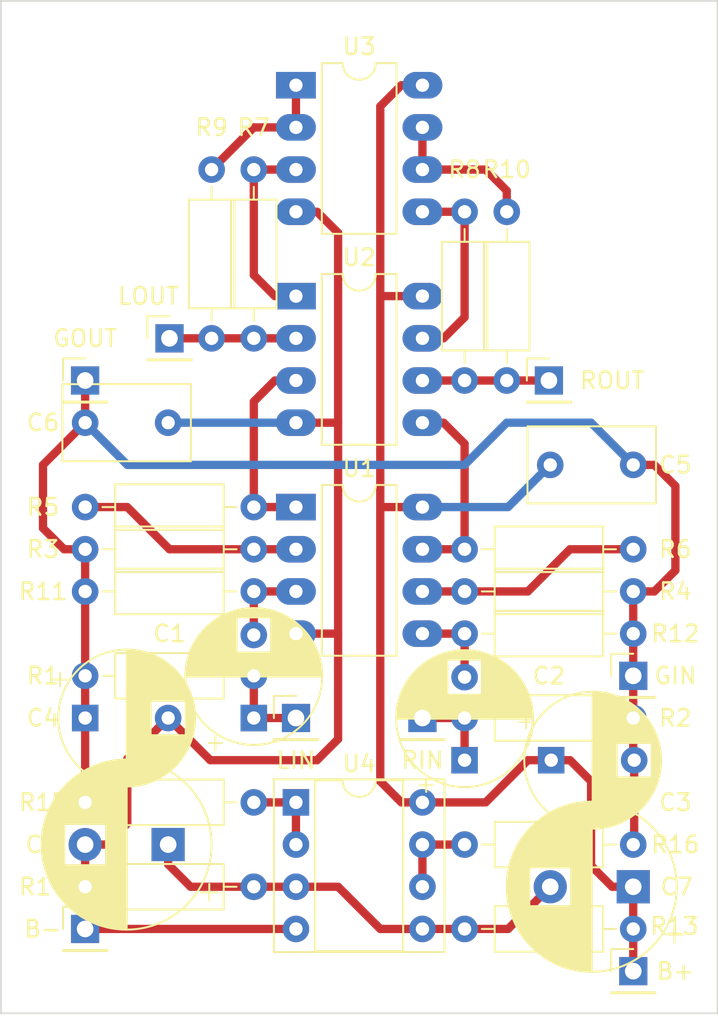
<source format=kicad_pcb>
(kicad_pcb (version 20221018) (generator pcbnew)
  (layers (0 "F.Cu" signal) (31 "B.Cu" signal) (34 "B.Paste" user) (35 "F.Paste" user) (36 "B.SilkS" user "B.Silkscreen") (37 "F.SilkS" user "F.Silkscreen") (38 "B.Mask" user) (39 "F.Mask" user) (44 "Edge.Cuts" user))
  (net 0 "")
  (net 1 "Net-(U1A-+)")
  (net 2 "Net-(U1B-+)")
  (net 3 "GND")
  (net 4 "Net-(U1A--)")
  (net 5 "Net-(U1B--)")
  (net 6 "Net-(U2A-+)")
  (net 7 "Net-(U2B-+)")
  (net 8 "Net-(U3A-+)")
  (net 9 "Net-(U3B-+)")
  (net 10 "Net-(U3A--)")
  (net 11 "Net-(U3B--)")
  (net 12 "Net-(U1C-V+)")
  (net 13 "Net-(U1C-V-)")
  (net 14 "Net-(U4A-+)")
  (net 15 "Net-(U4A--)")
  (net 16 "Net-(U4B--)")
  (net 17 "Net-(C1-Pad1)")
  (net 18 "Net-(C2-Pad1)")
  (net 19 "Net-(U2A--)")
  (net 20 "Net-(U2B--)")
  (footprint "Resistor_THT:R_Axial_DIN0207_L6.3mm_D2.5mm_P10.16mm_Horizontal" (layer "F.Cu") (at 109.22 99.06 180)
    (fp_text reference "R15" (at 12.7 0) (layer "F.SilkS"))
    (fp_text value "10R")
    (pad "1" thru_hole circle (at 0 0 180) (size 1.6 1.6) (drill 0.8) (layers "*.Cu" "*.Mask") (net 15 "Net-(U4A--)"))
    (pad "2" thru_hole oval (at 10.16 0 180) (size 1.6 1.6) (drill 0.8) (layers "*.Cu" "*.Mask") (net 3 "GND"))
  )
  (footprint "Resistor_THT:R_Axial_DIN0207_L6.3mm_D2.5mm_P10.16mm_Horizontal" (layer "F.Cu") (at 106.68 71.12 90)
    (fp_text reference "R9" (at 12.7 0 180) (layer "F.SilkS"))
    (fp_text value "47")
    (pad "1" thru_hole circle (at 0 0 90) (size 1.6 1.6) (drill 0.8) (layers "*.Cu" "*.Mask") (net 19 "Net-(U2A--)"))
    (pad "2" thru_hole oval (at 10.16 0 90) (size 1.6 1.6) (drill 0.8) (layers "*.Cu" "*.Mask") (net 10 "Net-(U3A--)"))
  )
  (footprint "Package_DIP:DIP-8_W7.62mm_LongPads" (layer "F.Cu") (at 111.76 55.88)
    (fp_text reference "U3" (at 3.81 -2.33) (layer "F.SilkS"))
    (fp_text value "Opamp_Dual")
    (pad "1" thru_hole rect (at 0 0) (size 2.4 1.6) (drill 0.8) (layers "*.Cu" "*.Mask") (net 10 "Net-(U3A--)"))
    (pad "2" thru_hole oval (at 0 2.54) (size 2.4 1.6) (drill 0.8) (layers "*.Cu" "*.Mask") (net 10 "Net-(U3A--)"))
    (pad "3" thru_hole oval (at 0 5.08) (size 2.4 1.6) (drill 0.8) (layers "*.Cu" "*.Mask") (net 8 "Net-(U3A-+)"))
    (pad "4" thru_hole oval (at 0 7.62) (size 2.4 1.6) (drill 0.8) (layers "*.Cu" "*.Mask") (net 13 "Net-(U1C-V-)"))
    (pad "5" thru_hole oval (at 7.62 7.62) (size 2.4 1.6) (drill 0.8) (layers "*.Cu" "*.Mask") (net 9 "Net-(U3B-+)"))
    (pad "6" thru_hole oval (at 7.62 5.08) (size 2.4 1.6) (drill 0.8) (layers "*.Cu" "*.Mask") (net 11 "Net-(U3B--)"))
    (pad "7" thru_hole oval (at 7.62 2.54) (size 2.4 1.6) (drill 0.8) (layers "*.Cu" "*.Mask") (net 11 "Net-(U3B--)"))
    (pad "8" thru_hole oval (at 7.62 0) (size 2.4 1.6) (drill 0.8) (layers "*.Cu" "*.Mask") (net 12 "Net-(U1C-V+)"))
  )
  (footprint "Resistor_THT:R_Axial_DIN0207_L6.3mm_D2.5mm_P10.16mm_Horizontal" (layer "F.Cu") (at 109.22 60.96 -90)
    (fp_text reference "R7" (at -2.54 0 -180) (layer "F.SilkS"))
    (fp_text value "47")
    (pad "1" thru_hole circle (at 0 0 270) (size 1.6 1.6) (drill 0.8) (layers "*.Cu" "*.Mask") (net 8 "Net-(U3A-+)"))
    (pad "2" thru_hole oval (at 10.16 0 270) (size 1.6 1.6) (drill 0.8) (layers "*.Cu" "*.Mask") (net 19 "Net-(U2A--)"))
  )
  (footprint "Connector_PinHeader_2.54mm:PinHeader_1x01_P2.54mm_Vertical" (layer "F.Cu") (at 132.08 91.44)
    (fp_text reference "GIN1" hide)
    (fp_text value "TestPoint")
    (fp_text user "GIN" (at 2.54 0 unlocked) (layer "F.SilkS"))
    (pad "1" thru_hole rect (at 0 0) (size 1.7 1.7) (drill 1) (layers "*.Cu" "*.Mask") (net 3 "GND"))
  )
  (footprint "Resistor_THT:R_Axial_DIN0207_L6.3mm_D2.5mm_P10.16mm_Horizontal" (layer "F.Cu") (at 109.22 81.28 180)
    (fp_text reference "R5" (at 12.7 0) (layer "F.SilkS"))
    (fp_text value "10k")
    (pad "1" thru_hole circle (at 0 0 180) (size 1.6 1.6) (drill 0.8) (layers "*.Cu" "*.Mask") (net 6 "Net-(U2A-+)"))
    (pad "2" thru_hole oval (at 10.16 0 180) (size 1.6 1.6) (drill 0.8) (layers "*.Cu" "*.Mask") (net 4 "Net-(U1A--)"))
  )
  (footprint "Capacitor_THT:C_Disc_D7.5mm_W4.4mm_P5.00mm" (layer "F.Cu") (at 127.08 78.74)
    (fp_text reference "C5" (at 7.54 0) (layer "F.SilkS"))
    (fp_text value "100n")
    (pad "1" thru_hole circle (at 0 0) (size 1.6 1.6) (drill 0.8) (layers "*.Cu" "*.Mask") (net 12 "Net-(U1C-V+)"))
    (pad "2" thru_hole circle (at 5 0) (size 1.6 1.6) (drill 0.8) (layers "*.Cu" "*.Mask") (net 3 "GND"))
  )
  (footprint "Capacitor_THT:CP_Radial_D8.0mm_P5.00mm" (layer "F.Cu") (at 127.137349 96.52)
    (fp_text reference "C3" (at 7.482651 2.54) (layer "F.SilkS"))
    (fp_text value "10u")
    (pad "1" thru_hole rect (at 0 0) (size 1.6 1.6) (drill 0.8) (layers "*.Cu" "*.Mask") (net 12 "Net-(U1C-V+)"))
    (pad "2" thru_hole circle (at 5 0) (size 1.6 1.6) (drill 0.8) (layers "*.Cu" "*.Mask") (net 3 "GND"))
  )
  (footprint "Capacitor_THT:CP_Radial_D10.0mm_P5.00mm" (layer "F.Cu") (at 132.08 104.14 180)
    (fp_text reference "C7" (at -2.62 0) (layer "F.SilkS"))
    (fp_text value "100u")
    (pad "1" thru_hole rect (at 0 0 180) (size 2 2) (drill 1) (layers "*.Cu" "*.Mask") (net 12 "Net-(U1C-V+)"))
    (pad "2" thru_hole circle (at 5 0 180) (size 2 2) (drill 1) (layers "*.Cu" "*.Mask") (net 14 "Net-(U4A-+)"))
  )
  (footprint "Resistor_THT:R_Axial_DIN0207_L6.3mm_D2.5mm_P10.16mm_Horizontal" (layer "F.Cu") (at 132.08 106.68 180)
    (fp_text reference "R13" (at -2.479646 0.165) (layer "F.SilkS"))
    (fp_text value "10k")
    (pad "1" thru_hole circle (at 0 0 180) (size 1.6 1.6) (drill 0.8) (layers "*.Cu" "*.Mask") (net 12 "Net-(U1C-V+)"))
    (pad "2" thru_hole oval (at 10.16 0 180) (size 1.6 1.6) (drill 0.8) (layers "*.Cu" "*.Mask") (net 14 "Net-(U4A-+)"))
  )
  (footprint "Resistor_THT:R_Axial_DIN0207_L6.3mm_D2.5mm_P10.16mm_Horizontal" (layer "F.Cu") (at 121.92 88.9)
    (fp_text reference "R12" (at 12.7 0) (layer "F.SilkS"))
    (fp_text value "100k")
    (pad "1" thru_hole circle (at 0 0) (size 1.6 1.6) (drill 0.8) (layers "*.Cu" "*.Mask") (net 2 "Net-(U1B-+)"))
    (pad "2" thru_hole oval (at 10.16 0) (size 1.6 1.6) (drill 0.8) (layers "*.Cu" "*.Mask") (net 3 "GND"))
  )
  (footprint "Connector_PinHeader_2.54mm:PinHeader_1x01_P2.54mm_Vertical" (layer "F.Cu") (at 127 73.66)
    (fp_text reference "ROUT1" hide)
    (fp_text value "TestPoint")
    (fp_text user "ROUT" (at 3.81 0 unlocked) (layer "F.SilkS"))
    (pad "1" thru_hole rect (at 0 0) (size 1.7 1.7) (drill 1) (layers "*.Cu" "*.Mask") (net 20 "Net-(U2B--)"))
  )
  (footprint "Connector_PinHeader_2.54mm:PinHeader_1x01_P2.54mm_Vertical" (layer "F.Cu") (at 104.14 71.12)
    (fp_text reference "LOUT1" hide)
    (fp_text value "TestPoint")
    (fp_text user "LOUT" (at -1.27 -2.54 unlocked) (layer "F.SilkS"))
    (pad "1" thru_hole rect (at 0 0) (size 1.7 1.7) (drill 1) (layers "*.Cu" "*.Mask") (net 19 "Net-(U2A--)"))
  )
  (footprint "Capacitor_THT:CP_Radial_D10.0mm_P5.00mm" (layer "F.Cu") (at 104.06 101.6 180)
    (fp_text reference "C8" (at 7.62 0) (layer "F.SilkS"))
    (fp_text value "100u")
    (pad "1" thru_hole rect (at 0 0 180) (size 2 2) (drill 1) (layers "*.Cu" "*.Mask") (net 14 "Net-(U4A-+)"))
    (pad "2" thru_hole circle (at 5 0 180) (size 2 2) (drill 1) (layers "*.Cu" "*.Mask") (net 13 "Net-(U1C-V-)"))
  )
  (footprint "Resistor_THT:R_Axial_DIN0207_L6.3mm_D2.5mm_P10.16mm_Horizontal" (layer "F.Cu") (at 121.92 86.36)
    (fp_text reference "R4" (at 12.7 0) (layer "F.SilkS"))
    (fp_text value "3k3")
    (pad "1" thru_hole circle (at 0 0) (size 1.6 1.6) (drill 0.8) (layers "*.Cu" "*.Mask") (net 5 "Net-(U1B--)"))
    (pad "2" thru_hole oval (at 10.16 0) (size 1.6 1.6) (drill 0.8) (layers "*.Cu" "*.Mask") (net 3 "GND"))
  )
  (footprint "Capacitor_THT:CP_Radial_D8.0mm_P5.00mm" (layer "F.Cu") (at 121.92 96.52 90)
    (fp_text reference "C2" (at 5.08 5.08 180) (layer "F.SilkS"))
    (fp_text value "1u")
    (pad "1" thru_hole rect (at 0 0 90) (size 1.6 1.6) (drill 0.8) (layers "*.Cu" "*.Mask") (net 18 "Net-(C2-Pad1)"))
    (pad "2" thru_hole circle (at 5 0 90) (size 1.6 1.6) (drill 0.8) (layers "*.Cu" "*.Mask") (net 2 "Net-(U1B-+)"))
  )
  (footprint "Package_DIP:DIP-8_W7.62mm_LongPads" (layer "F.Cu") (at 111.76 68.58)
    (fp_text reference "U2" (at 3.81 -2.33) (layer "F.SilkS"))
    (fp_text value "Opamp_Dual")
    (pad "1" thru_hole rect (at 0 0) (size 2.4 1.6) (drill 0.8) (layers "*.Cu" "*.Mask") (net 8 "Net-(U3A-+)"))
    (pad "2" thru_hole oval (at 0 2.54) (size 2.4 1.6) (drill 0.8) (layers "*.Cu" "*.Mask") (net 19 "Net-(U2A--)"))
    (pad "3" thru_hole oval (at 0 5.08) (size 2.4 1.6) (drill 0.8) (layers "*.Cu" "*.Mask") (net 6 "Net-(U2A-+)"))
    (pad "4" thru_hole oval (at 0 7.62) (size 2.4 1.6) (drill 0.8) (layers "*.Cu" "*.Mask") (net 13 "Net-(U1C-V-)"))
    (pad "5" thru_hole oval (at 7.62 7.62) (size 2.4 1.6) (drill 0.8) (layers "*.Cu" "*.Mask") (net 7 "Net-(U2B-+)"))
    (pad "6" thru_hole oval (at 7.62 5.08) (size 2.4 1.6) (drill 0.8) (layers "*.Cu" "*.Mask") (net 20 "Net-(U2B--)"))
    (pad "7" thru_hole oval (at 7.62 2.54) (size 2.4 1.6) (drill 0.8) (layers "*.Cu" "*.Mask") (net 9 "Net-(U3B-+)"))
    (pad "8" thru_hole oval (at 7.62 0) (size 2.4 1.6) (drill 0.8) (layers "*.Cu" "*.Mask") (net 12 "Net-(U1C-V+)"))
  )
  (footprint "Connector_PinHeader_2.54mm:PinHeader_1x01_P2.54mm_Vertical" (layer "F.Cu") (at 119.38 93.98)
    (fp_text reference "RIN1" hide)
    (fp_text value "TestPoint")
    (fp_text user "RIN" (at 0 2.54 unlocked) (layer "F.SilkS"))
    (pad "1" thru_hole rect (at 0 0) (size 1.7 1.7) (drill 1) (layers "*.Cu" "*.Mask") (net 18 "Net-(C2-Pad1)"))
  )
  (footprint "Capacitor_THT:CP_Radial_D8.0mm_P5.00mm" (layer "F.Cu") (at 99.06 93.98)
    (fp_text reference "C4" (at -2.54 0) (layer "F.SilkS"))
    (fp_text value "10u")
    (pad "1" thru_hole rect (at 0 0) (size 1.6 1.6) (drill 0.8) (layers "*.Cu" "*.Mask") (net 3 "GND"))
    (pad "2" thru_hole circle (at 5 0) (size 1.6 1.6) (drill 0.8) (layers "*.Cu" "*.Mask") (net 13 "Net-(U1C-V-)"))
  )
  (footprint "Resistor_THT:R_Axial_DIN0207_L6.3mm_D2.5mm_P10.16mm_Horizontal" (layer "F.Cu") (at 121.92 93.98)
    (fp_text reference "R2" (at 12.7 0) (layer "F.SilkS"))
    (fp_text value "1k5")
    (pad "1" thru_hole circle (at 0 0) (size 1.6 1.6) (drill 0.8) (layers "*.Cu" "*.Mask") (net 18 "Net-(C2-Pad1)"))
    (pad "2" thru_hole oval (at 10.16 0) (size 1.6 1.6) (drill 0.8) (layers "*.Cu" "*.Mask") (net 3 "GND"))
  )
  (footprint "Resistor_THT:R_Axial_DIN0207_L6.3mm_D2.5mm_P10.16mm_Horizontal" (layer "F.Cu") (at 109.22 91.44 180)
    (fp_text reference "R1" (at 12.7 0) (layer "F.SilkS"))
    (fp_text value "1k5")
    (pad "1" thru_hole circle (at 0 0 180) (size 1.6 1.6) (drill 0.8) (layers "*.Cu" "*.Mask") (net 17 "Net-(C1-Pad1)"))
    (pad "2" thru_hole oval (at 10.16 0 180) (size 1.6 1.6) (drill 0.8) (layers "*.Cu" "*.Mask") (net 3 "GND"))
  )
  (footprint "Connector_PinHeader_2.54mm:PinHeader_1x01_P2.54mm_Vertical" (layer "F.Cu") (at 111.76 93.98)
    (fp_text reference "LIN1" hide)
    (fp_text value "TestPoint")
    (fp_text user "LIN" (at 0 2.54 unlocked) (layer "F.SilkS"))
    (pad "1" thru_hole rect (at 0 0) (size 1.7 1.7) (drill 1) (layers "*.Cu" "*.Mask") (net 17 "Net-(C1-Pad1)"))
  )
  (footprint "Resistor_THT:R_Axial_DIN0207_L6.3mm_D2.5mm_P10.16mm_Horizontal" (layer "F.Cu") (at 121.92 83.82)
    (fp_text reference "R6" (at 12.7 0) (layer "F.SilkS"))
    (fp_text value "10k")
    (pad "1" thru_hole circle (at 0 0) (size 1.6 1.6) (drill 0.8) (layers "*.Cu" "*.Mask") (net 7 "Net-(U2B-+)"))
    (pad "2" thru_hole oval (at 10.16 0) (size 1.6 1.6) (drill 0.8) (layers "*.Cu" "*.Mask") (net 5 "Net-(U1B--)"))
  )
  (footprint "Capacitor_THT:CP_Radial_D8.0mm_P5.00mm" (layer "F.Cu") (at 109.22 93.98 90)
    (fp_text reference "C1" (at 5.08 -5.08 180) (layer "F.SilkS"))
    (fp_text value "1u")
    (pad "1" thru_hole rect (at 0 0 90) (size 1.6 1.6) (drill 0.8) (layers "*.Cu" "*.Mask") (net 17 "Net-(C1-Pad1)"))
    (pad "2" thru_hole circle (at 5 0 90) (size 1.6 1.6) (drill 0.8) (layers "*.Cu" "*.Mask") (net 1 "Net-(U1A-+)"))
  )
  (footprint "Capacitor_THT:C_Disc_D7.5mm_W4.4mm_P5.00mm" (layer "F.Cu") (at 99.06 76.2)
    (fp_text reference "C6" (at -2.54 0) (layer "F.SilkS"))
    (fp_text value "100n")
    (pad "1" thru_hole circle (at 0 0) (size 1.6 1.6) (drill 0.8) (layers "*.Cu" "*.Mask") (net 3 "GND"))
    (pad "2" thru_hole circle (at 5 0) (size 1.6 1.6) (drill 0.8) (layers "*.Cu" "*.Mask") (net 13 "Net-(U1C-V-)"))
  )
  (footprint "Resistor_THT:R_Axial_DIN0207_L6.3mm_D2.5mm_P10.16mm_Horizontal" (layer "F.Cu") (at 109.22 83.82 180)
    (fp_text reference "R3" (at 12.7 0) (layer "F.SilkS"))
    (fp_text value "3k3")
    (pad "1" thru_hole circle (at 0 0 180) (size 1.6 1.6) (drill 0.8) (layers "*.Cu" "*.Mask") (net 4 "Net-(U1A--)"))
    (pad "2" thru_hole oval (at 10.16 0 180) (size 1.6 1.6) (drill 0.8) (layers "*.Cu" "*.Mask") (net 3 "GND"))
  )
  (footprint "Resistor_THT:R_Axial_DIN0207_L6.3mm_D2.5mm_P10.16mm_Horizontal" (layer "F.Cu") (at 109.22 104.14 180)
    (fp_text reference "R14" (at 12.7 0) (layer "F.SilkS"))
    (fp_text value "10k")
    (pad "1" thru_hole circle (at 0 0 180) (size 1.6 1.6) (drill 0.8) (layers "*.Cu" "*.Mask") (net 14 "Net-(U4A-+)"))
    (pad "2" thru_hole oval (at 10.16 0 180) (size 1.6 1.6) (drill 0.8) (layers "*.Cu" "*.Mask") (net 13 "Net-(U1C-V-)"))
  )
  (footprint "Connector_PinHeader_2.54mm:PinHeader_1x01_P2.54mm_Vertical" (layer "F.Cu") (at 99.06 73.66)
    (fp_text reference "GOUT1" hide)
    (fp_text value "TestPoint")
    (fp_text user "GOUT" (at 0 -2.54 unlocked) (layer "F.SilkS"))
    (pad "1" thru_hole rect (at 0 0) (size 1.7 1.7) (drill 1) (layers "*.Cu" "*.Mask") (net 3 "GND"))
  )
  (footprint "Resistor_THT:R_Axial_DIN0207_L6.3mm_D2.5mm_P10.16mm_Horizontal" (layer "F.Cu") (at 124.46 73.66 90)
    (fp_text reference "R10" (at 12.7 0 180) (layer "F.SilkS"))
    (fp_text value "47")
    (pad "1" thru_hole circle (at 0 0 90) (size 1.6 1.6) (drill 0.8) (layers "*.Cu" "*.Mask") (net 20 "Net-(U2B--)"))
    (pad "2" thru_hole oval (at 10.16 0 90) (size 1.6 1.6) (drill 0.8) (layers "*.Cu" "*.Mask") (net 11 "Net-(U3B--)"))
  )
  (footprint "Resistor_THT:R_Axial_DIN0207_L6.3mm_D2.5mm_P10.16mm_Horizontal" (layer "F.Cu") (at 121.92 63.5 -90)
    (fp_text reference "R8" (at -2.54 0) (layer "F.SilkS"))
    (fp_text value "47")
    (pad "1" thru_hole circle (at 0 0 270) (size 1.6 1.6) (drill 0.8) (layers "*.Cu" "*.Mask") (net 9 "Net-(U3B-+)"))
    (pad "2" thru_hole oval (at 10.16 0 270) (size 1.6 1.6) (drill 0.8) (layers "*.Cu" "*.Mask") (net 20 "Net-(U2B--)"))
  )
  (footprint "Resistor_THT:R_Axial_DIN0207_L6.3mm_D2.5mm_P10.16mm_Horizontal" (layer "F.Cu") (at 109.22 86.36 180)
    (fp_text reference "R11" (at 12.7 0) (layer "F.SilkS"))
    (fp_text value "100k")
    (pad "1" thru_hole circle (at 0 0 180) (size 1.6 1.6) (drill 0.8) (layers "*.Cu" "*.Mask") (net 1 "Net-(U1A-+)"))
    (pad "2" thru_hole oval (at 10.16 0 180) (size 1.6 1.6) (drill 0.8) (layers "*.Cu" "*.Mask") (net 3 "GND"))
  )
  (footprint "Connector_PinHeader_2.54mm:PinHeader_1x01_P2.54mm_Vertical" (layer "F.Cu") (at 99.06 106.68)
    (fp_text reference "B-1" hide)
    (fp_text value "TestPoint")
    (fp_text user "B-" (at -2.54 0 unlocked) (layer "F.SilkS"))
    (pad "1" thru_hole rect (at 0 0) (size 1.7 1.7) (drill 1) (layers "*.Cu" "*.Mask") (net 13 "Net-(U1C-V-)"))
  )
  (footprint "Package_DIP:DIP-8_W7.62mm_Socket" (layer "F.Cu") (at 111.76 99.06)
    (fp_text reference "U4" (at 3.81 -2.33) (layer "F.SilkS"))
    (fp_text value "Opamp_Dual")
    (pad "1" thru_hole rect (at 0 0) (size 1.6 1.6) (drill 0.8) (layers "*.Cu" "*.Mask") (net 15 "Net-(U4A--)"))
    (pad "2" thru_hole oval (at 0 2.54) (size 1.6 1.6) (drill 0.8) (layers "*.Cu" "*.Mask") (net 15 "Net-(U4A--)"))
    (pad "3" thru_hole oval (at 0 5.08) (size 1.6 1.6) (drill 0.8) (layers "*.Cu" "*.Mask") (net 14 "Net-(U4A-+)"))
    (pad "4" thru_hole oval (at 0 7.62) (size 1.6 1.6) (drill 0.8) (layers "*.Cu" "*.Mask") (net 13 "Net-(U1C-V-)"))
    (pad "5" thru_hole oval (at 7.62 7.62) (size 1.6 1.6) (drill 0.8) (layers "*.Cu" "*.Mask") (net 14 "Net-(U4A-+)"))
    (pad "6" thru_hole oval (at 7.62 5.08) (size 1.6 1.6) (drill 0.8) (layers "*.Cu" "*.Mask") (net 16 "Net-(U4B--)"))
    (pad "7" thru_hole oval (at 7.62 2.54) (size 1.6 1.6) (drill 0.8) (layers "*.Cu" "*.Mask") (net 16 "Net-(U4B--)"))
    (pad "8" thru_hole oval (at 7.62 0) (size 1.6 1.6) (drill 0.8) (layers "*.Cu" "*.Mask") (net 12 "Net-(U1C-V+)"))
  )
  (footprint "Package_DIP:DIP-8_W7.62mm_LongPads" (layer "F.Cu") (at 111.76 81.28)
    (fp_text reference "U1" (at 3.81 -2.33) (layer "F.SilkS"))
    (fp_text value "Opamp_Dual")
    (pad "1" thru_hole rect (at 0 0) (size 2.4 1.6) (drill 0.8) (layers "*.Cu" "*.Mask") (net 6 "Net-(U2A-+)"))
    (pad "2" thru_hole oval (at 0 2.54) (size 2.4 1.6) (drill 0.8) (layers "*.Cu" "*.Mask") (net 4 "Net-(U1A--)"))
    (pad "3" thru_hole oval (at 0 5.08) (size 2.4 1.6) (drill 0.8) (layers "*.Cu" "*.Mask") (net 1 "Net-(U1A-+)"))
    (pad "4" thru_hole oval (at 0 7.62) (size 2.4 1.6) (drill 0.8) (layers "*.Cu" "*.Mask") (net 13 "Net-(U1C-V-)"))
    (pad "5" thru_hole oval (at 7.62 7.62) (size 2.4 1.6) (drill 0.8) (layers "*.Cu" "*.Mask") (net 2 "Net-(U1B-+)"))
    (pad "6" thru_hole oval (at 7.62 5.08) (size 2.4 1.6) (drill 0.8) (layers "*.Cu" "*.Mask") (net 5 "Net-(U1B--)"))
    (pad "7" thru_hole oval (at 7.62 2.54) (size 2.4 1.6) (drill 0.8) (layers "*.Cu" "*.Mask") (net 7 "Net-(U2B-+)"))
    (pad "8" thru_hole oval (at 7.62 0) (size 2.4 1.6) (drill 0.8) (layers "*.Cu" "*.Mask") (net 12 "Net-(U1C-V+)"))
  )
  (footprint "Resistor_THT:R_Axial_DIN0207_L6.3mm_D2.5mm_P10.16mm_Horizontal" (layer "F.Cu") (at 121.92 101.6)
    (fp_text reference "R16" (at 12.7 0) (layer "F.SilkS"))
    (fp_text value "10R")
    (pad "1" thru_hole circle (at 0 0) (size 1.6 1.6) (drill 0.8) (layers "*.Cu" "*.Mask") (net 16 "Net-(U4B--)"))
    (pad "2" thru_hole oval (at 10.16 0) (size 1.6 1.6) (drill 0.8) (layers "*.Cu" "*.Mask") (net 3 "GND"))
  )
  (footprint "Connector_PinHeader_2.54mm:PinHeader_1x01_P2.54mm_Vertical" (layer "F.Cu") (at 132.08 109.22)
    (fp_text reference "B+1" hide)
    (fp_text value "TestPoint")
    (fp_text user "B+" (at 2.54 0 unlocked) (layer "F.SilkS"))
    (pad "1" thru_hole rect (at 0 0) (size 1.7 1.7) (drill 1) (layers "*.Cu" "*.Mask") (net 12 "Net-(U1C-V+)"))
  )
  (gr_rect (start 93.98 50.8) (end 137.16 111.76) (stroke (width 0.1)) (fill none) (layer "Edge.Cuts"))
  (segment (start 109.22 88.98) (end 109.22 86.36) (width 0.5) (layer "F.Cu") (net 1))
  (segment (start 109.22 86.36) (end 111.76 86.36) (width 0.5) (layer "F.Cu") (net 1))
  (segment (start 121.92 91.52) (end 121.92 88.9) (width 0.5) (layer "F.Cu") (net 2))
  (segment (start 119.38 88.9) (end 121.92 88.9) (width 0.5) (layer "F.Cu") (net 2))
  (segment (start 96.52 78.74) (end 99.06 76.2) (width 0.5) (layer "F.Cu") (net 3))
  (segment (start 99.06 91.44) (end 99.06 93.98) (width 0.5) (layer "F.Cu") (net 3))
  (segment (start 99.06 93.98) (end 99.06 99.06) (width 0.5) (layer "F.Cu") (net 3))
  (segment (start 97.79 83.82) (end 96.52 82.55) (width 0.5) (layer "F.Cu") (net 3))
  (segment (start 132.137349 101.542651) (end 132.08 101.6) (width 0.5) (layer "F.Cu") (net 3))
  (segment (start 132.08 86.36) (end 132.08 88.9) (width 0.5) (layer "F.Cu") (net 3))
  (segment (start 99.06 86.36) (end 99.06 91.44) (width 0.5) (layer "F.Cu") (net 3))
  (segment (start 96.52 82.55) (end 96.52 78.74) (width 0.5) (layer "F.Cu") (net 3))
  (segment (start 133.35 78.74) (end 134.62 80.01) (width 0.5) (layer "F.Cu") (net 3))
  (segment (start 133.35 86.36) (end 132.08 86.36) (width 0.5) (layer "F.Cu") (net 3))
  (segment (start 132.08 78.74) (end 133.35 78.74) (width 0.5) (layer "F.Cu") (net 3))
  (segment (start 134.62 80.01) (end 134.62 85.09) (width 0.5) (layer "F.Cu") (net 3))
  (segment (start 134.62 85.09) (end 133.35 86.36) (width 0.5) (layer "F.Cu") (net 3))
  (segment (start 132.08 88.9) (end 132.08 93.98) (width 0.5) (layer "F.Cu") (net 3))
  (segment (start 132.08 93.98) (end 132.08 96.462651) (width 0.5) (layer "F.Cu") (net 3))
  (segment (start 99.06 73.66) (end 99.06 76.2) (width 0.5) (layer "F.Cu") (net 3))
  (segment (start 132.137349 96.52) (end 132.137349 101.542651) (width 0.5) (layer "F.Cu") (net 3))
  (segment (start 99.06 83.82) (end 97.79 83.82) (width 0.5) (layer "F.Cu") (net 3))
  (segment (start 132.08 96.462651) (end 132.137349 96.52) (width 0.5) (layer "F.Cu") (net 3))
  (segment (start 99.06 83.82) (end 99.06 86.36) (width 0.5) (layer "F.Cu") (net 3))
  (segment (start 99.06 76.2) (end 101.6 78.74) (width 0.5) (layer "B.Cu") (net 3))
  (segment (start 121.92 78.74) (end 124.46 76.2) (width 0.5) (layer "B.Cu") (net 3))
  (segment (start 124.46 76.2) (end 129.54 76.2) (width 0.5) (layer "B.Cu") (net 3))
  (segment (start 101.6 78.74) (end 121.92 78.74) (width 0.5) (layer "B.Cu") (net 3))
  (segment (start 129.54 76.2) (end 132.08 78.74) (width 0.5) (layer "B.Cu") (net 3))
  (segment (start 101.6 81.28) (end 104.14 83.82) (width 0.5) (layer "F.Cu") (net 4))
  (segment (start 109.22 83.82) (end 111.76 83.82) (width 0.5) (layer "F.Cu") (net 4))
  (segment (start 99.06 81.28) (end 101.6 81.28) (width 0.5) (layer "F.Cu") (net 4))
  (segment (start 104.14 83.82) (end 109.22 83.82) (width 0.5) (layer "F.Cu") (net 4))
  (segment (start 128.27 83.82) (end 132.08 83.82) (width 0.5) (layer "F.Cu") (net 5))
  (segment (start 125.73 86.36) (end 128.27 83.82) (width 0.5) (layer "F.Cu") (net 5))
  (segment (start 119.38 86.36) (end 121.92 86.36) (width 0.5) (layer "F.Cu") (net 5))
  (segment (start 121.92 86.36) (end 125.73 86.36) (width 0.5) (layer "F.Cu") (net 5))
  (segment (start 111.76 73.66) (end 110.49 73.66) (width 0.5) (layer "F.Cu") (net 6))
  (segment (start 109.22 74.93) (end 109.22 81.28) (width 0.5) (layer "F.Cu") (net 6))
  (segment (start 111.76 81.28) (end 109.22 81.28) (width 0.5) (layer "F.Cu") (net 6))
  (segment (start 110.49 73.66) (end 109.22 74.93) (width 0.5) (layer "F.Cu") (net 6))
  (segment (start 121.92 83.82) (end 121.92 77.47) (width 0.5) (layer "F.Cu") (net 7))
  (segment (start 121.92 83.82) (end 119.38 83.82) (width 0.5) (layer "F.Cu") (net 7))
  (segment (start 121.92 77.47) (end 120.65 76.2) (width 0.5) (layer "F.Cu") (net 7))
  (segment (start 120.65 76.2) (end 119.38 76.2) (width 0.5) (layer "F.Cu") (net 7))
  (segment (start 111.76 60.96) (end 109.22 60.96) (width 0.5) (layer "F.Cu") (net 8))
  (segment (start 110.49 68.58) (end 109.22 67.31) (width 0.5) (layer "F.Cu") (net 8))
  (segment (start 111.76 68.58) (end 110.49 68.58) (width 0.5) (layer "F.Cu") (net 8))
  (segment (start 109.22 67.31) (end 109.22 60.96) (width 0.5) (layer "F.Cu") (net 8))
  (segment (start 120.65 71.12) (end 121.92 69.85) (width 0.5) (layer "F.Cu") (net 9))
  (segment (start 121.92 63.5) (end 119.38 63.5) (width 0.5) (layer "F.Cu") (net 9))
  (segment (start 119.38 71.12) (end 120.65 71.12) (width 0.5) (layer "F.Cu") (net 9))
  (segment (start 121.92 69.85) (end 121.92 63.5) (width 0.5) (layer "F.Cu") (net 9))
  (segment (start 111.76 55.88) (end 111.76 58.42) (width 0.5) (layer "F.Cu") (net 10))
  (segment (start 106.68 60.96) (end 109.22 58.42) (width 0.5) (layer "F.Cu") (net 10))
  (segment (start 109.22 58.42) (end 111.76 58.42) (width 0.5) (layer "F.Cu") (net 10))
  (segment (start 124.46 62.23) (end 123.19 60.96) (width 0.5) (layer "F.Cu") (net 11))
  (segment (start 124.46 63.5) (end 124.46 62.23) (width 0.5) (layer "F.Cu") (net 11))
  (segment (start 123.19 60.96) (end 119.38 60.96) (width 0.5) (layer "F.Cu") (net 11))
  (segment (start 119.38 60.96) (end 119.38 58.42) (width 0.5) (layer "F.Cu") (net 11))
  (segment (start 119.38 99.06) (end 118.11 99.06) (width 0.5) (layer "F.Cu") (net 12))
  (segment (start 125.73 96.52) (end 123.19 99.06) (width 0.5) (layer "F.Cu") (net 12))
  (segment (start 116.84 68.58) (end 116.84 57.15) (width 0.5) (layer "F.Cu") (net 12))
  (segment (start 127.137349 96.52) (end 125.73 96.52) (width 0.5) (layer "F.Cu") (net 12))
  (segment (start 132.08 106.68) (end 132.08 104.14) (width 0.5) (layer "F.Cu") (net 12))
  (segment (start 118.11 55.88) (end 119.38 55.88) (width 0.5) (layer "F.Cu") (net 12))
  (segment (start 132.08 109.22) (end 132.08 106.68) (width 0.5) (layer "F.Cu") (net 12))
  (segment (start 116.84 97.79) (end 116.84 81.28) (width 0.5) (layer "F.Cu") (net 12))
  (segment (start 116.84 57.15) (end 118.11 55.88) (width 0.5) (layer "F.Cu") (net 12))
  (segment (start 119.38 68.58) (end 116.84 68.58) (width 0.5) (layer "F.Cu") (net 12))
  (segment (start 118.11 99.06) (end 116.84 97.79) (width 0.5) (layer "F.Cu") (net 12))
  (segment (start 116.84 81.28) (end 116.84 68.58) (width 0.5) (layer "F.Cu") (net 12))
  (segment (start 129.54 102.87) (end 129.54 97.79) (width 0.5) (layer "F.Cu") (net 12))
  (segment (start 129.54 97.79) (end 128.27 96.52) (width 0.5) (layer "F.Cu") (net 12))
  (segment (start 130.81 104.14) (end 129.54 102.87) (width 0.5) (layer "F.Cu") (net 12))
  (segment (start 119.38 81.28) (end 116.84 81.28) (width 0.5) (layer "F.Cu") (net 12))
  (segment (start 132.08 104.14) (end 130.81 104.14) (width 0.5) (layer "F.Cu") (net 12))
  (segment (start 128.27 96.52) (end 127.137349 96.52) (width 0.5) (layer "F.Cu") (net 12))
  (segment (start 123.19 99.06) (end 119.38 99.06) (width 0.5) (layer "F.Cu") (net 12))
  (segment (start 119.38 81.28) (end 124.54 81.28) (width 0.5) (layer "B.Cu") (net 12))
  (segment (start 124.54 81.28) (end 127.08 78.74) (width 0.5) (layer "B.Cu") (net 12))
  (segment (start 99.06 106.68) (end 111.76 106.68) (width 0.5) (layer "F.Cu") (net 13))
  (segment (start 101.6 96.44) (end 104.06 93.98) (width 0.5) (layer "F.Cu") (net 13))
  (segment (start 114.3 64.77) (end 114.3 76.2) (width 0.5) (layer "F.Cu") (net 13))
  (segment (start 111.76 63.5) (end 113.03 63.5) (width 0.5) (layer "F.Cu") (net 13))
  (segment (start 99.06 101.6) (end 100.33 101.6) (width 0.5) (layer "F.Cu") (net 13))
  (segment (start 111.76 88.9) (end 114.3 88.9) (width 0.5) (layer "F.Cu") (net 13))
  (segment (start 106.6 96.52) (end 113.03 96.52) (width 0.5) (layer "F.Cu") (net 13))
  (segment (start 113.03 96.52) (end 114.3 95.25) (width 0.5) (layer "F.Cu") (net 13))
  (segment (start 99.06 104.14) (end 99.06 101.6) (width 0.5) (layer "F.Cu") (net 13))
  (segment (start 99.06 106.68) (end 99.06 104.14) (width 0.5) (layer "F.Cu") (net 13))
  (segment (start 100.33 101.6) (end 101.6 100.33) (width 0.5) (layer "F.Cu") (net 13))
  (segment (start 114.3 88.9) (end 114.3 76.2) (width 0.5) (layer "F.Cu") (net 13))
  (segment (start 111.76 76.2) (end 114.3 76.2) (width 0.5) (layer "F.Cu") (net 13))
  (segment (start 114.3 95.25) (end 114.3 88.9) (width 0.5) (layer "F.Cu") (net 13))
  (segment (start 104.06 93.98) (end 106.6 96.52) (width 0.5) (layer "F.Cu") (net 13))
  (segment (start 101.6 100.33) (end 101.6 96.44) (width 0.5) (layer "F.Cu") (net 13))
  (segment (start 113.03 63.5) (end 114.3 64.77) (width 0.5) (layer "F.Cu") (net 13))
  (segment (start 104.06 76.2) (end 111.76 76.2) (width 0.5) (layer "B.Cu") (net 13))
  (segment (start 104.06 102.79) (end 105.41 104.14) (width 0.5) (layer "F.Cu") (net 14))
  (segment (start 114.3 104.14) (end 116.84 106.68) (width 0.5) (layer "F.Cu") (net 14))
  (segment (start 109.22 104.14) (end 111.76 104.14) (width 0.5) (layer "F.Cu") (net 14))
  (segment (start 105.41 104.14) (end 109.22 104.14) (width 0.5) (layer "F.Cu") (net 14))
  (segment (start 124.54 106.68) (end 127.08 104.14) (width 0.5) (layer "F.Cu") (net 14))
  (segment (start 116.84 106.68) (end 119.38 106.68) (width 0.5) (layer "F.Cu") (net 14))
  (segment (start 104.06 101.6) (end 104.06 102.79) (width 0.5) (layer "F.Cu") (net 14))
  (segment (start 119.38 106.68) (end 121.92 106.68) (width 0.5) (layer "F.Cu") (net 14))
  (segment (start 111.76 104.14) (end 114.3 104.14) (width 0.5) (layer "F.Cu") (net 14))
  (segment (start 121.92 106.68) (end 124.54 106.68) (width 0.5) (layer "F.Cu") (net 14))
  (segment (start 111.76 99.06) (end 111.76 101.6) (width 0.5) (layer "F.Cu") (net 15))
  (segment (start 109.22 99.06) (end 111.76 99.06) (width 0.5) (layer "F.Cu") (net 15))
  (segment (start 121.92 101.6) (end 119.38 101.6) (width 0.5) (layer "F.Cu") (net 16))
  (segment (start 119.38 101.6) (end 119.38 104.14) (width 0.5) (layer "F.Cu") (net 16))
  (segment (start 109.22 91.44) (end 109.22 93.98) (width 0.5) (layer "F.Cu") (net 17))
  (segment (start 111.76 93.98) (end 109.22 93.98) (width 0.5) (layer "F.Cu") (net 17))
  (segment (start 121.92 96.52) (end 121.92 93.98) (width 0.5) (layer "F.Cu") (net 18))
  (segment (start 119.38 93.98) (end 121.92 93.98) (width 0.5) (layer "F.Cu") (net 18))
  (segment (start 111.76 71.12) (end 109.22 71.12) (width 0.5) (layer "F.Cu") (net 19))
  (segment (start 106.68 71.12) (end 104.14 71.12) (width 0.5) (layer "F.Cu") (net 19))
  (segment (start 109.22 71.12) (end 106.68 71.12) (width 0.5) (layer "F.Cu") (net 19))
  (segment (start 124.46 73.66) (end 121.92 73.66) (width 0.5) (layer "F.Cu") (net 20))
  (segment (start 121.92 73.66) (end 119.38 73.66) (width 0.5) (layer "F.Cu") (net 20))
  (segment (start 124.46 73.66) (end 127 73.66) (width 0.5) (layer "F.Cu") (net 20))
)
</source>
